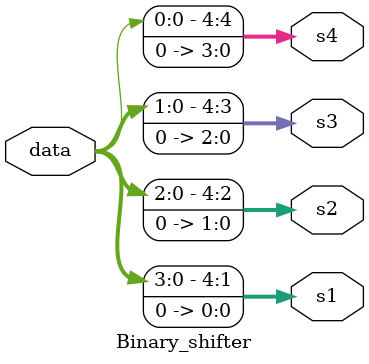
<source format=v>
`timescale 1ns / 1ps


module Binary_shifter(s1, s2, s3, s4, data);
input [4:0] data;
output [4:0] s1, s2, s3, s4;

// left shifting 
assign s1 = data << 1;
assign s2 = data << 2;
assign s3 = data << 3;
assign s4 = data << 4;



endmodule

</source>
